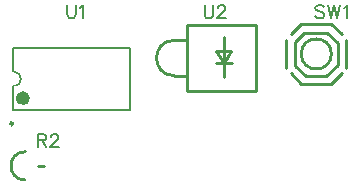
<source format=gto>
G04 Layer: TopSilkscreenLayer*
G04 EasyEDA v6.5.44, 2025-04-28 19:25:54*
G04 Gerber Generator version 0.2*
G04 Scale: 100 percent, Rotated: No, Reflected: No *
G04 Dimensions in millimeters *
G04 leading zeros omitted , absolute positions ,4 integer and 5 decimal *
%FSLAX45Y45*%
%MOMM*%

%ADD10C,0.1524*%
%ADD11C,0.2540*%
%ADD12C,0.2000*%
%ADD13C,0.2500*%
%ADD14C,0.6000*%

%LPD*%
D10*
X1206500Y5614415D02*
G01*
X1206500Y5505450D01*
X1206500Y5614415D02*
G01*
X1253236Y5614415D01*
X1268729Y5609336D01*
X1274063Y5604002D01*
X1279144Y5593587D01*
X1279144Y5583173D01*
X1274063Y5572760D01*
X1268729Y5567679D01*
X1253236Y5562600D01*
X1206500Y5562600D01*
X1242821Y5562600D02*
G01*
X1279144Y5505450D01*
X1318768Y5588507D02*
G01*
X1318768Y5593587D01*
X1323847Y5604002D01*
X1329181Y5609336D01*
X1339595Y5614415D01*
X1360170Y5614415D01*
X1370584Y5609336D01*
X1375918Y5604002D01*
X1380997Y5593587D01*
X1380997Y5583173D01*
X1375918Y5572760D01*
X1365504Y5557265D01*
X1313434Y5505450D01*
X1386331Y5505450D01*
X3631651Y6691121D02*
G01*
X3621237Y6701536D01*
X3605743Y6706615D01*
X3584915Y6706615D01*
X3569421Y6701536D01*
X3559007Y6691121D01*
X3559007Y6680708D01*
X3564087Y6670294D01*
X3569421Y6664960D01*
X3579835Y6659879D01*
X3611077Y6649465D01*
X3621237Y6644386D01*
X3626571Y6639052D01*
X3631651Y6628637D01*
X3631651Y6613144D01*
X3621237Y6602729D01*
X3605743Y6597650D01*
X3584915Y6597650D01*
X3569421Y6602729D01*
X3559007Y6613144D01*
X3665941Y6706615D02*
G01*
X3692103Y6597650D01*
X3718011Y6706615D02*
G01*
X3692103Y6597650D01*
X3718011Y6706615D02*
G01*
X3743919Y6597650D01*
X3769827Y6706615D02*
G01*
X3743919Y6597650D01*
X3804117Y6685787D02*
G01*
X3814531Y6691121D01*
X3830279Y6706615D01*
X3830279Y6597650D01*
X1458495Y6706615D02*
G01*
X1458495Y6628637D01*
X1463575Y6613144D01*
X1473989Y6602729D01*
X1489737Y6597650D01*
X1500151Y6597650D01*
X1515645Y6602729D01*
X1526059Y6613144D01*
X1531139Y6628637D01*
X1531139Y6706615D01*
X1565429Y6685787D02*
G01*
X1575843Y6691121D01*
X1591591Y6706615D01*
X1591591Y6597650D01*
X2620812Y6706615D02*
G01*
X2620812Y6628637D01*
X2625892Y6613144D01*
X2636306Y6602729D01*
X2652054Y6597650D01*
X2662468Y6597650D01*
X2677962Y6602729D01*
X2688376Y6613144D01*
X2693456Y6628637D01*
X2693456Y6706615D01*
X2733080Y6680708D02*
G01*
X2733080Y6685787D01*
X2738160Y6696202D01*
X2743494Y6701536D01*
X2753908Y6706615D01*
X2774482Y6706615D01*
X2784896Y6701536D01*
X2790230Y6696202D01*
X2795310Y6685787D01*
X2795310Y6675373D01*
X2790230Y6664960D01*
X2779816Y6649465D01*
X2727746Y6597650D01*
X2800644Y6597650D01*
D11*
X1206500Y5346700D02*
G01*
X1263650Y5346700D01*
X3466531Y6474597D02*
G01*
X3656523Y6474597D01*
X3746695Y6384444D01*
X3746695Y6204585D01*
X3646614Y6104516D01*
X3476688Y6104516D01*
X3386510Y6194706D01*
X3386510Y6394577D01*
X3466531Y6474597D01*
X3694115Y6549544D02*
G01*
X3783622Y6460030D01*
X3821623Y6411363D02*
G01*
X3821623Y6177666D01*
X3783622Y6129017D02*
G01*
X3694115Y6039485D01*
X3311588Y6411363D02*
G01*
X3311588Y6177666D01*
X3349589Y6129017D02*
G01*
X3439099Y6039485D01*
X3439099Y6549544D02*
G01*
X3349589Y6460030D01*
X3439099Y6039485D02*
G01*
X3694115Y6039485D01*
X3439099Y6549544D02*
G01*
X3694115Y6549544D01*
D12*
X1002596Y6147300D02*
G01*
X1002565Y6146800D01*
X1002565Y6348221D01*
X1992657Y6348221D01*
X1992657Y5818378D01*
X1002565Y5818378D01*
X1002565Y6019800D01*
X1002596Y6019299D01*
D11*
X2781012Y6441099D02*
G01*
X2781012Y6096099D01*
X2716014Y6221100D02*
G01*
X2851012Y6221100D01*
X2721013Y6321099D02*
G01*
X2781012Y6221100D01*
X2846014Y6321099D01*
X2721013Y6321099D02*
G01*
X2846014Y6321099D01*
X2364115Y6410144D02*
G01*
X2468120Y6410144D01*
X2364115Y6110152D02*
G01*
X2468120Y6110152D01*
X2468013Y5981103D02*
G01*
X3052013Y5981103D01*
X2468013Y6541099D02*
G01*
X3052013Y6541099D01*
X3052013Y6541099D02*
G01*
X3052013Y5981103D01*
X2468013Y6541099D02*
G01*
X2468013Y5981103D01*
G75*
G01*
X1101402Y5466700D02*
G03*
X1101402Y5226700I0J-120000D01*
D12*
G75*
G01*
X1002596Y6019300D02*
G03*
X1002596Y6146300I0J63500D01*
D13*
G75*
G01*
X973102Y5702300D02*
G03*
X973102Y5702554I12499J127D01*
D14*
G75*
G01*
X1051588Y5918200D02*
G03*
X1051588Y5918708I29999J254D01*
D11*
G75*
G01*
X2364014Y6410185D02*
G03*
X2364014Y6110186I0J-149999D01*
G75*
G01
X3693983Y6294552D02*
G03X3693983Y6294552I-127508J0D01*
M02*

</source>
